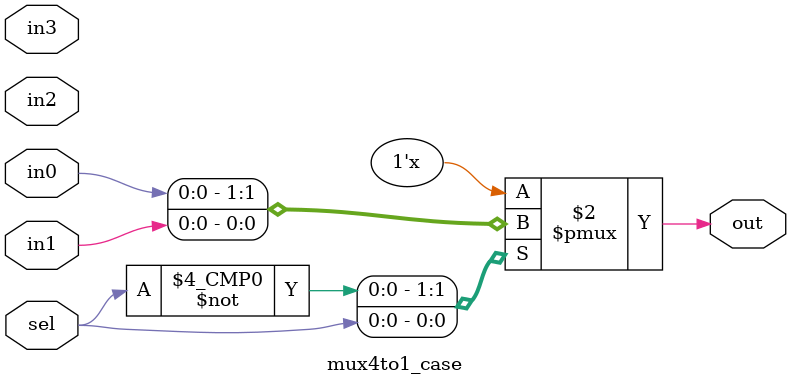
<source format=v>
module mux4to1_cond(	out,
			in,
			sel);

	output		out	;
	input	[3:0]	in	;
	input	[1:0]	sel	;

	wire	[1:0]	carry	;

	mux2to1_cond	mux_u0(	.out	( carry[0]	),
				.in0	( in[0]		),
				.in1	( in[1]		),
				.sel	( sel[0]	));

	mux2to1_cond	mux_u1(	.out	( carry[1]	),
				.in0	( in[2]		),
				.in1	( in[3]		),
				.sel	( sel[0]	));

	mux2to1_cond	mux_u2(	.out	( out		),
				.in0	( carry[0]	),
				.in1	( carry[1]	),
				.sel	( sel[1]	));

endmodule

module mux4to1_if(	out,
			in0,
			in1,
			in2,
			in3,
			sel);

	output	out	;
	input	in0	;
	input	in1	;
	input	in2	;
	input	in3	;
	input	sel	;

	reg	out	;

	always @(in0 or in1 or in2 or in3) begin
		if(sel == 2'b00) begin
			out = in0	;

		end else if(sel == 2'b01) begin
			out = in1	;

		end else if(sel == 2'b10) begin
			out = in2	;

		end else begin
			out = in3	;
		end
	end
endmodule

module mux4to1_case(	out,
			in0,
			in1,
			in2,
			in3,
			sel);

	output	out	;
	input	in0	;
	input	in1	;
	input	in2	;
	input	in3	;
	input	sel	;

	reg	out	;

	always @(in0 or in1 or in2 or in3 or sel) begin
	case( sel )
		2'b00 : {out} = in0	;
		2'b01 : {out} = in1	;
		2'b10 : {out} = in2	;
		2'b11 : {out} = in3	;

	endcase
	end
endmodule

</source>
